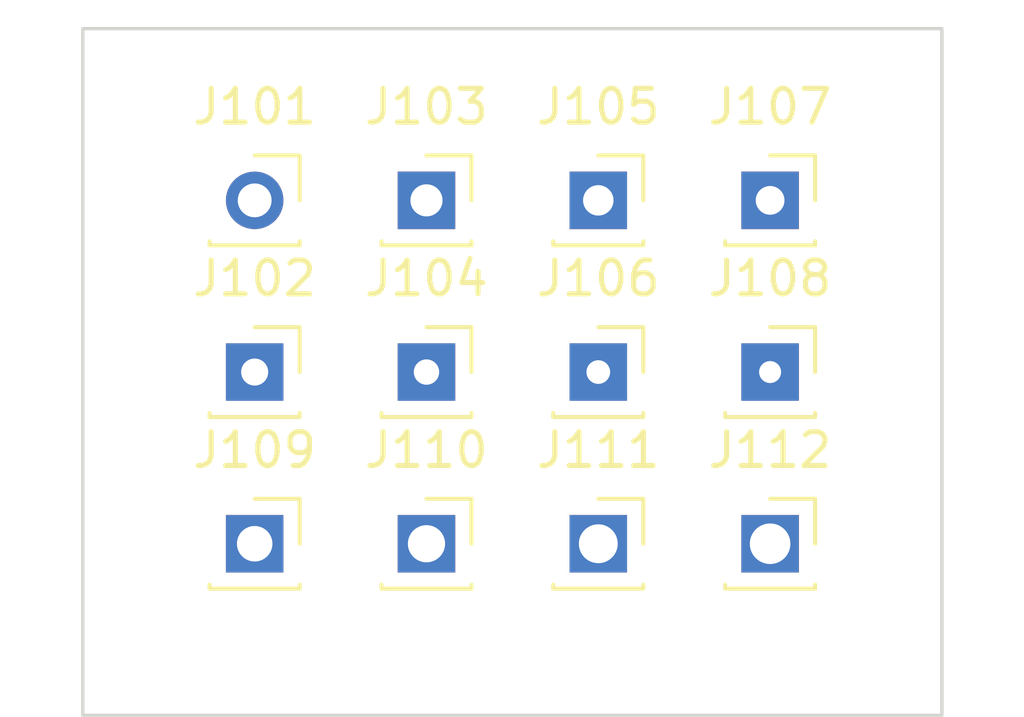
<source format=kicad_pcb>
(kicad_pcb (version 20221018) (generator pcbnew)
  (layers (0 "F.Cu" signal) (31 "B.Cu" signal) (34 "B.Paste" user) (35 "F.Paste" user) (36 "B.SilkS" user "B.Silkscreen") (37 "F.SilkS" user "F.Silkscreen") (38 "B.Mask" user) (39 "F.Mask" user) (44 "Edge.Cuts" user))
  (net 0 "")
  (footprint "Connector_PinSocket_2.54mm:PinSocket_1x01_P2.54mm_Vertical" (layer "F.Cu") (at 101.6 68.58)
    (fp_text reference "J107" (at 0 -2.77) (layer "F.SilkS"))
    (fp_text value "Conn_01x01_Socket")
    (fp_line (start -1.33 1.21) (end -1.33 1.33) (stroke (width 0.12)) (layer "F.SilkS"))
    (fp_line (start -1.33 1.33) (end 1.33 1.33) (stroke (width 0.12)) (layer "F.SilkS"))
    (fp_line (start 0 -1.33) (end 1.33 -1.33) (stroke (width 0.12)) (layer "F.SilkS"))
    (fp_line (start 1.33 -1.33) (end 1.33 0) (stroke (width 0.12)) (layer "F.SilkS"))
    (fp_line (start 1.33 1.21) (end 1.33 1.33) (stroke (width 0.12)) (layer "F.SilkS"))
    (pad "1" thru_hole rect (at 0 0) (size 1.7 1.7) (drill 0.85) (layers "*.Cu" "*.Mask"))
  )
  (footprint "Connector_PinSocket_2.54mm:PinSocket_1x01_P2.54mm_Vertical" (layer "F.Cu") (at 96.52 78.74)
    (fp_text reference "J111" (at 0 -2.77) (layer "F.SilkS"))
    (fp_text value "Conn_01x01_Socket")
    (fp_line (start -1.33 1.21) (end -1.33 1.33) (stroke (width 0.12)) (layer "F.SilkS"))
    (fp_line (start -1.33 1.33) (end 1.33 1.33) (stroke (width 0.12)) (layer "F.SilkS"))
    (fp_line (start 0 -1.33) (end 1.33 -1.33) (stroke (width 0.12)) (layer "F.SilkS"))
    (fp_line (start 1.33 -1.33) (end 1.33 0) (stroke (width 0.12)) (layer "F.SilkS"))
    (fp_line (start 1.33 1.21) (end 1.33 1.33) (stroke (width 0.12)) (layer "F.SilkS"))
    (pad "1" thru_hole rect (at 0 0) (size 1.7 1.7) (drill 1.15) (layers "*.Cu" "*.Mask"))
  )
  (footprint "Connector_PinSocket_2.54mm:PinSocket_1x01_P2.54mm_Vertical" (layer "F.Cu") (at 91.44 68.58)
    (fp_text reference "J103" (at 0 -2.77) (layer "F.SilkS"))
    (fp_text value "Conn_01x01_Socket")
    (fp_line (start -1.33 1.21) (end -1.33 1.33) (stroke (width 0.12)) (layer "F.SilkS"))
    (fp_line (start -1.33 1.33) (end 1.33 1.33) (stroke (width 0.12)) (layer "F.SilkS"))
    (fp_line (start 0 -1.33) (end 1.33 -1.33) (stroke (width 0.12)) (layer "F.SilkS"))
    (fp_line (start 1.33 -1.33) (end 1.33 0) (stroke (width 0.12)) (layer "F.SilkS"))
    (fp_line (start 1.33 1.21) (end 1.33 1.33) (stroke (width 0.12)) (layer "F.SilkS"))
    (pad "1" thru_hole rect (at 0 0) (size 1.7 1.7) (drill 0.95) (layers "*.Cu" "*.Mask"))
  )
  (footprint "Connector_PinSocket_2.54mm:PinSocket_1x01_P2.54mm_Vertical" (layer "F.Cu") (at 91.44 78.74)
    (fp_text reference "J110" (at 0 -2.77) (layer "F.SilkS"))
    (fp_text value "Conn_01x01_Socket")
    (fp_line (start -1.33 1.21) (end -1.33 1.33) (stroke (width 0.12)) (layer "F.SilkS"))
    (fp_line (start -1.33 1.33) (end 1.33 1.33) (stroke (width 0.12)) (layer "F.SilkS"))
    (fp_line (start 0 -1.33) (end 1.33 -1.33) (stroke (width 0.12)) (layer "F.SilkS"))
    (fp_line (start 1.33 -1.33) (end 1.33 0) (stroke (width 0.12)) (layer "F.SilkS"))
    (fp_line (start 1.33 1.21) (end 1.33 1.33) (stroke (width 0.12)) (layer "F.SilkS"))
    (pad "1" thru_hole rect (at 0 0) (size 1.7 1.7) (drill 1.1) (layers "*.Cu" "*.Mask"))
  )
  (footprint "Connector_PinSocket_2.54mm:PinSocket_1x01_P2.54mm_Vertical" (layer "F.Cu") (at 91.44 73.66)
    (fp_text reference "J104" (at 0 -2.77) (layer "F.SilkS"))
    (fp_text value "Conn_01x01_Socket")
    (fp_line (start -1.33 1.21) (end -1.33 1.33) (stroke (width 0.12)) (layer "F.SilkS"))
    (fp_line (start -1.33 1.33) (end 1.33 1.33) (stroke (width 0.12)) (layer "F.SilkS"))
    (fp_line (start 0 -1.33) (end 1.33 -1.33) (stroke (width 0.12)) (layer "F.SilkS"))
    (fp_line (start 1.33 -1.33) (end 1.33 0) (stroke (width 0.12)) (layer "F.SilkS"))
    (fp_line (start 1.33 1.21) (end 1.33 1.33) (stroke (width 0.12)) (layer "F.SilkS"))
    (pad "1" thru_hole rect (at 0 0) (size 1.7 1.7) (drill 0.75) (layers "*.Cu" "*.Mask"))
  )
  (footprint "Connector_PinSocket_2.54mm:PinSocket_1x01_P2.54mm_Vertical" (layer "F.Cu") (at 86.36 78.74)
    (fp_text reference "J109" (at 0 -2.77) (layer "F.SilkS"))
    (fp_text value "Conn_01x01_Socket")
    (fp_line (start -1.33 1.21) (end -1.33 1.33) (stroke (width 0.12)) (layer "F.SilkS"))
    (fp_line (start -1.33 1.33) (end 1.33 1.33) (stroke (width 0.12)) (layer "F.SilkS"))
    (fp_line (start 0 -1.33) (end 1.33 -1.33) (stroke (width 0.12)) (layer "F.SilkS"))
    (fp_line (start 1.33 -1.33) (end 1.33 0) (stroke (width 0.12)) (layer "F.SilkS"))
    (fp_line (start 1.33 1.21) (end 1.33 1.33) (stroke (width 0.12)) (layer "F.SilkS"))
    (pad "1" thru_hole rect (at 0 0) (size 1.7 1.7) (drill 1.05) (layers "*.Cu" "*.Mask"))
  )
  (footprint "Connector_PinSocket_2.54mm:PinSocket_1x01_P2.54mm_Vertical" (layer "F.Cu") (at 96.52 73.66)
    (fp_text reference "J106" (at 0 -2.77) (layer "F.SilkS"))
    (fp_text value "Conn_01x01_Socket")
    (fp_line (start -1.33 1.21) (end -1.33 1.33) (stroke (width 0.12)) (layer "F.SilkS"))
    (fp_line (start -1.33 1.33) (end 1.33 1.33) (stroke (width 0.12)) (layer "F.SilkS"))
    (fp_line (start 0 -1.33) (end 1.33 -1.33) (stroke (width 0.12)) (layer "F.SilkS"))
    (fp_line (start 1.33 -1.33) (end 1.33 0) (stroke (width 0.12)) (layer "F.SilkS"))
    (fp_line (start 1.33 1.21) (end 1.33 1.33) (stroke (width 0.12)) (layer "F.SilkS"))
    (pad "1" thru_hole rect (at 0 0) (size 1.7 1.7) (drill 0.7) (layers "*.Cu" "*.Mask"))
  )
  (footprint "Connector_PinSocket_2.54mm:PinSocket_1x01_P2.54mm_Vertical" (layer "F.Cu") (at 86.36 68.58)
    (fp_text reference "J101" (at 0 -2.77) (layer "F.SilkS"))
    (fp_text value "Conn_01x01_Socket")
    (fp_line (start -1.33 1.21) (end -1.33 1.33) (stroke (width 0.12)) (layer "F.SilkS"))
    (fp_line (start -1.33 1.33) (end 1.33 1.33) (stroke (width 0.12)) (layer "F.SilkS"))
    (fp_line (start 0 -1.33) (end 1.33 -1.33) (stroke (width 0.12)) (layer "F.SilkS"))
    (fp_line (start 1.33 -1.33) (end 1.33 0) (stroke (width 0.12)) (layer "F.SilkS"))
    (fp_line (start 1.33 1.21) (end 1.33 1.33) (stroke (width 0.12)) (layer "F.SilkS"))
    (pad "1" thru_hole circle (at 0 0) (size 1.7 1.7) (drill 1) (layers "*.Cu" "*.Mask"))
  )
  (footprint "Connector_PinSocket_2.54mm:PinSocket_1x01_P2.54mm_Vertical" (layer "F.Cu") (at 86.36 73.66)
    (fp_text reference "J102" (at 0 -2.77) (layer "F.SilkS"))
    (fp_text value "Conn_01x01_Socket")
    (fp_line (start -1.33 1.21) (end -1.33 1.33) (stroke (width 0.12)) (layer "F.SilkS"))
    (fp_line (start -1.33 1.33) (end 1.33 1.33) (stroke (width 0.12)) (layer "F.SilkS"))
    (fp_line (start 0 -1.33) (end 1.33 -1.33) (stroke (width 0.12)) (layer "F.SilkS"))
    (fp_line (start 1.33 -1.33) (end 1.33 0) (stroke (width 0.12)) (layer "F.SilkS"))
    (fp_line (start 1.33 1.21) (end 1.33 1.33) (stroke (width 0.12)) (layer "F.SilkS"))
    (pad "1" thru_hole rect (at 0 0) (size 1.7 1.7) (drill 0.8) (layers "*.Cu" "*.Mask"))
  )
  (footprint "Connector_PinSocket_2.54mm:PinSocket_1x01_P2.54mm_Vertical" (layer "F.Cu") (at 101.6 73.66)
    (fp_text reference "J108" (at 0 -2.77) (layer "F.SilkS"))
    (fp_text value "Conn_01x01_Socket")
    (fp_line (start -1.33 1.21) (end -1.33 1.33) (stroke (width 0.12)) (layer "F.SilkS"))
    (fp_line (start -1.33 1.33) (end 1.33 1.33) (stroke (width 0.12)) (layer "F.SilkS"))
    (fp_line (start 0 -1.33) (end 1.33 -1.33) (stroke (width 0.12)) (layer "F.SilkS"))
    (fp_line (start 1.33 -1.33) (end 1.33 0) (stroke (width 0.12)) (layer "F.SilkS"))
    (fp_line (start 1.33 1.21) (end 1.33 1.33) (stroke (width 0.12)) (layer "F.SilkS"))
    (pad "1" thru_hole rect (at 0 0) (size 1.7 1.7) (drill 0.65) (layers "*.Cu" "*.Mask"))
  )
  (footprint "Connector_PinSocket_2.54mm:PinSocket_1x01_P2.54mm_Vertical" (layer "F.Cu") (at 101.6 78.74)
    (fp_text reference "J112" (at 0 -2.77) (layer "F.SilkS"))
    (fp_text value "Conn_01x01_Socket")
    (fp_line (start -1.33 1.21) (end -1.33 1.33) (stroke (width 0.12)) (layer "F.SilkS"))
    (fp_line (start -1.33 1.33) (end 1.33 1.33) (stroke (width 0.12)) (layer "F.SilkS"))
    (fp_line (start 0 -1.33) (end 1.33 -1.33) (stroke (width 0.12)) (layer "F.SilkS"))
    (fp_line (start 1.33 -1.33) (end 1.33 0) (stroke (width 0.12)) (layer "F.SilkS"))
    (fp_line (start 1.33 1.21) (end 1.33 1.33) (stroke (width 0.12)) (layer "F.SilkS"))
    (pad "1" thru_hole rect (at 0 0) (size 1.7 1.7) (drill 1.2) (layers "*.Cu" "*.Mask"))
  )
  (footprint "Connector_PinSocket_2.54mm:PinSocket_1x01_P2.54mm_Vertical" (layer "F.Cu") (at 96.52 68.58)
    (fp_text reference "J105" (at 0 -2.77) (layer "F.SilkS"))
    (fp_text value "Conn_01x01_Socket")
    (fp_line (start -1.33 1.21) (end -1.33 1.33) (stroke (width 0.12)) (layer "F.SilkS"))
    (fp_line (start -1.33 1.33) (end 1.33 1.33) (stroke (width 0.12)) (layer "F.SilkS"))
    (fp_line (start 0 -1.33) (end 1.33 -1.33) (stroke (width 0.12)) (layer "F.SilkS"))
    (fp_line (start 1.33 -1.33) (end 1.33 0) (stroke (width 0.12)) (layer "F.SilkS"))
    (fp_line (start 1.33 1.21) (end 1.33 1.33) (stroke (width 0.12)) (layer "F.SilkS"))
    (pad "1" thru_hole rect (at 0 0) (size 1.7 1.7) (drill 0.9) (layers "*.Cu" "*.Mask"))
  )
  (gr_rect (start 81.28 63.5) (end 106.68 83.82) (stroke (width 0.1)) (fill none) (layer "Edge.Cuts"))
)
</source>
